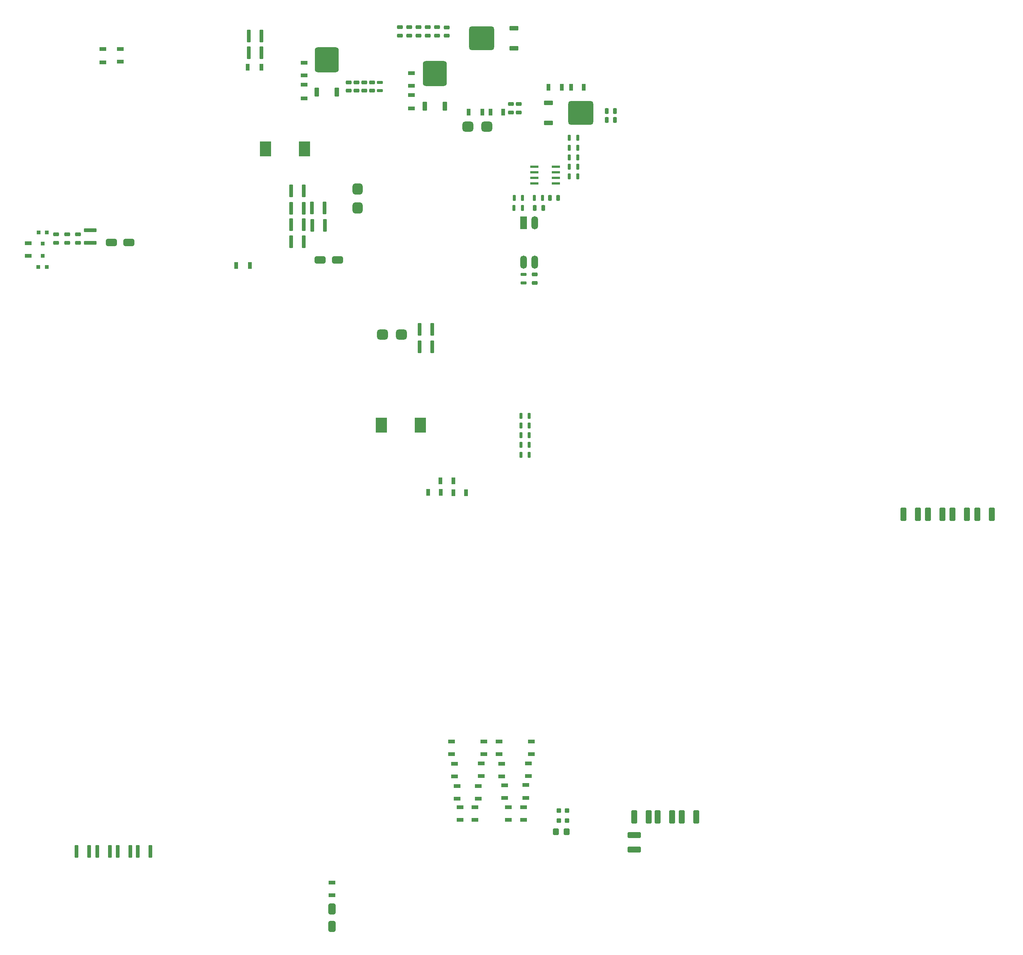
<source format=gbp>
G04*
G04 #@! TF.GenerationSoftware,Altium Limited,Altium Designer,25.3.3 (18)*
G04*
G04 Layer_Color=128*
%FSLAX44Y44*%
%MOMM*%
G71*
G04*
G04 #@! TF.SameCoordinates,95261EA5-16E4-4C31-8C51-D7BA18121D47*
G04*
G04*
G04 #@! TF.FilePolarity,Positive*
G04*
G01*
G75*
G04:AMPARAMS|DCode=31|XSize=0.9mm|YSize=1.6mm|CornerRadius=0.135mm|HoleSize=0mm|Usage=FLASHONLY|Rotation=0.000|XOffset=0mm|YOffset=0mm|HoleType=Round|Shape=RoundedRectangle|*
%AMROUNDEDRECTD31*
21,1,0.9000,1.3300,0,0,0.0*
21,1,0.6300,1.6000,0,0,0.0*
1,1,0.2700,0.3150,-0.6650*
1,1,0.2700,-0.3150,-0.6650*
1,1,0.2700,-0.3150,0.6650*
1,1,0.2700,0.3150,0.6650*
%
%ADD31ROUNDEDRECTD31*%
%ADD32R,0.9000X0.9500*%
G04:AMPARAMS|DCode=34|XSize=0.9mm|YSize=1.3mm|CornerRadius=0.225mm|HoleSize=0mm|Usage=FLASHONLY|Rotation=90.000|XOffset=0mm|YOffset=0mm|HoleType=Round|Shape=RoundedRectangle|*
%AMROUNDEDRECTD34*
21,1,0.9000,0.8500,0,0,90.0*
21,1,0.4500,1.3000,0,0,90.0*
1,1,0.4500,0.4250,0.2250*
1,1,0.4500,0.4250,-0.2250*
1,1,0.4500,-0.4250,-0.2250*
1,1,0.4500,-0.4250,0.2250*
%
%ADD34ROUNDEDRECTD34*%
G04:AMPARAMS|DCode=35|XSize=0.9mm|YSize=1.6mm|CornerRadius=0.135mm|HoleSize=0mm|Usage=FLASHONLY|Rotation=270.000|XOffset=0mm|YOffset=0mm|HoleType=Round|Shape=RoundedRectangle|*
%AMROUNDEDRECTD35*
21,1,0.9000,1.3300,0,0,270.0*
21,1,0.6300,1.6000,0,0,270.0*
1,1,0.2700,-0.6650,-0.3150*
1,1,0.2700,-0.6650,0.3150*
1,1,0.2700,0.6650,0.3150*
1,1,0.2700,0.6650,-0.3150*
%
%ADD35ROUNDEDRECTD35*%
G04:AMPARAMS|DCode=36|XSize=0.9mm|YSize=1.3mm|CornerRadius=0.225mm|HoleSize=0mm|Usage=FLASHONLY|Rotation=180.000|XOffset=0mm|YOffset=0mm|HoleType=Round|Shape=RoundedRectangle|*
%AMROUNDEDRECTD36*
21,1,0.9000,0.8500,0,0,180.0*
21,1,0.4500,1.3000,0,0,180.0*
1,1,0.4500,-0.2250,0.4250*
1,1,0.4500,0.2250,0.4250*
1,1,0.4500,0.2250,-0.4250*
1,1,0.4500,-0.2250,-0.4250*
%
%ADD36ROUNDEDRECTD36*%
G04:AMPARAMS|DCode=37|XSize=0.7mm|YSize=1.3mm|CornerRadius=0.105mm|HoleSize=0mm|Usage=FLASHONLY|Rotation=180.000|XOffset=0mm|YOffset=0mm|HoleType=Round|Shape=RoundedRectangle|*
%AMROUNDEDRECTD37*
21,1,0.7000,1.0900,0,0,180.0*
21,1,0.4900,1.3000,0,0,180.0*
1,1,0.2100,-0.2450,0.5450*
1,1,0.2100,0.2450,0.5450*
1,1,0.2100,0.2450,-0.5450*
1,1,0.2100,-0.2450,-0.5450*
%
%ADD37ROUNDEDRECTD37*%
G04:AMPARAMS|DCode=38|XSize=1.4mm|YSize=1.55mm|CornerRadius=0.35mm|HoleSize=0mm|Usage=FLASHONLY|Rotation=0.000|XOffset=0mm|YOffset=0mm|HoleType=Round|Shape=RoundedRectangle|*
%AMROUNDEDRECTD38*
21,1,1.4000,0.8500,0,0,0.0*
21,1,0.7000,1.5500,0,0,0.0*
1,1,0.7000,0.3500,-0.4250*
1,1,0.7000,-0.3500,-0.4250*
1,1,0.7000,-0.3500,0.4250*
1,1,0.7000,0.3500,0.4250*
%
%ADD38ROUNDEDRECTD38*%
G04:AMPARAMS|DCode=39|XSize=2.5mm|YSize=2.3mm|CornerRadius=0.575mm|HoleSize=0mm|Usage=FLASHONLY|Rotation=270.000|XOffset=0mm|YOffset=0mm|HoleType=Round|Shape=RoundedRectangle|*
%AMROUNDEDRECTD39*
21,1,2.5000,1.1500,0,0,270.0*
21,1,1.3500,2.3000,0,0,270.0*
1,1,1.1500,-0.5750,-0.6750*
1,1,1.1500,-0.5750,0.6750*
1,1,1.1500,0.5750,0.6750*
1,1,1.1500,0.5750,-0.6750*
%
%ADD39ROUNDEDRECTD39*%
G04:AMPARAMS|DCode=40|XSize=0.7mm|YSize=1.3mm|CornerRadius=0.105mm|HoleSize=0mm|Usage=FLASHONLY|Rotation=270.000|XOffset=0mm|YOffset=0mm|HoleType=Round|Shape=RoundedRectangle|*
%AMROUNDEDRECTD40*
21,1,0.7000,1.0900,0,0,270.0*
21,1,0.4900,1.3000,0,0,270.0*
1,1,0.2100,-0.5450,-0.2450*
1,1,0.2100,-0.5450,0.2450*
1,1,0.2100,0.5450,0.2450*
1,1,0.2100,0.5450,-0.2450*
%
%ADD40ROUNDEDRECTD40*%
G04:AMPARAMS|DCode=43|XSize=0.9mm|YSize=1.6mm|CornerRadius=0.225mm|HoleSize=0mm|Usage=FLASHONLY|Rotation=180.000|XOffset=0mm|YOffset=0mm|HoleType=Round|Shape=RoundedRectangle|*
%AMROUNDEDRECTD43*
21,1,0.9000,1.1500,0,0,180.0*
21,1,0.4500,1.6000,0,0,180.0*
1,1,0.4500,-0.2250,0.5750*
1,1,0.4500,0.2250,0.5750*
1,1,0.4500,0.2250,-0.5750*
1,1,0.4500,-0.2250,-0.5750*
%
%ADD43ROUNDEDRECTD43*%
G04:AMPARAMS|DCode=44|XSize=1.3mm|YSize=3mm|CornerRadius=0.195mm|HoleSize=0mm|Usage=FLASHONLY|Rotation=270.000|XOffset=0mm|YOffset=0mm|HoleType=Round|Shape=RoundedRectangle|*
%AMROUNDEDRECTD44*
21,1,1.3000,2.6100,0,0,270.0*
21,1,0.9100,3.0000,0,0,270.0*
1,1,0.3900,-1.3050,-0.4550*
1,1,0.3900,-1.3050,0.4550*
1,1,0.3900,1.3050,0.4550*
1,1,0.3900,1.3050,-0.4550*
%
%ADD44ROUNDEDRECTD44*%
G04:AMPARAMS|DCode=46|XSize=2.5mm|YSize=1.7mm|CornerRadius=0.425mm|HoleSize=0mm|Usage=FLASHONLY|Rotation=90.000|XOffset=0mm|YOffset=0mm|HoleType=Round|Shape=RoundedRectangle|*
%AMROUNDEDRECTD46*
21,1,2.5000,0.8500,0,0,90.0*
21,1,1.6500,1.7000,0,0,90.0*
1,1,0.8500,0.4250,0.8250*
1,1,0.8500,0.4250,-0.8250*
1,1,0.8500,-0.4250,-0.8250*
1,1,0.8500,-0.4250,0.8250*
%
%ADD46ROUNDEDRECTD46*%
G04:AMPARAMS|DCode=52|XSize=2.5mm|YSize=1.7mm|CornerRadius=0.425mm|HoleSize=0mm|Usage=FLASHONLY|Rotation=0.000|XOffset=0mm|YOffset=0mm|HoleType=Round|Shape=RoundedRectangle|*
%AMROUNDEDRECTD52*
21,1,2.5000,0.8500,0,0,0.0*
21,1,1.6500,1.7000,0,0,0.0*
1,1,0.8500,0.8250,-0.4250*
1,1,0.8500,-0.8250,-0.4250*
1,1,0.8500,-0.8250,0.4250*
1,1,0.8500,0.8250,0.4250*
%
%ADD52ROUNDEDRECTD52*%
%ADD53R,2.5000X3.5000*%
G04:AMPARAMS|DCode=168|XSize=5.5mm|YSize=5.7mm|CornerRadius=0.6875mm|HoleSize=0mm|Usage=FLASHONLY|Rotation=270.000|XOffset=0mm|YOffset=0mm|HoleType=Round|Shape=RoundedRectangle|*
%AMROUNDEDRECTD168*
21,1,5.5000,4.3250,0,0,270.0*
21,1,4.1250,5.7000,0,0,270.0*
1,1,1.3750,-2.1625,-2.0625*
1,1,1.3750,-2.1625,2.0625*
1,1,1.3750,2.1625,2.0625*
1,1,1.3750,2.1625,-2.0625*
%
%ADD168ROUNDEDRECTD168*%
G04:AMPARAMS|DCode=169|XSize=1mm|YSize=2mm|CornerRadius=0.125mm|HoleSize=0mm|Usage=FLASHONLY|Rotation=270.000|XOffset=0mm|YOffset=0mm|HoleType=Round|Shape=RoundedRectangle|*
%AMROUNDEDRECTD169*
21,1,1.0000,1.7500,0,0,270.0*
21,1,0.7500,2.0000,0,0,270.0*
1,1,0.2500,-0.8750,-0.3750*
1,1,0.2500,-0.8750,0.3750*
1,1,0.2500,0.8750,0.3750*
1,1,0.2500,0.8750,-0.3750*
%
%ADD169ROUNDEDRECTD169*%
G04:AMPARAMS|DCode=170|XSize=1.3mm|YSize=3mm|CornerRadius=0.195mm|HoleSize=0mm|Usage=FLASHONLY|Rotation=0.000|XOffset=0mm|YOffset=0mm|HoleType=Round|Shape=RoundedRectangle|*
%AMROUNDEDRECTD170*
21,1,1.3000,2.6100,0,0,0.0*
21,1,0.9100,3.0000,0,0,0.0*
1,1,0.3900,0.4550,-1.3050*
1,1,0.3900,-0.4550,-1.3050*
1,1,0.3900,-0.4550,1.3050*
1,1,0.3900,0.4550,1.3050*
%
%ADD170ROUNDEDRECTD170*%
G04:AMPARAMS|DCode=171|XSize=0.9mm|YSize=1.6mm|CornerRadius=0.225mm|HoleSize=0mm|Usage=FLASHONLY|Rotation=270.000|XOffset=0mm|YOffset=0mm|HoleType=Round|Shape=RoundedRectangle|*
%AMROUNDEDRECTD171*
21,1,0.9000,1.1500,0,0,270.0*
21,1,0.4500,1.6000,0,0,270.0*
1,1,0.4500,-0.5750,-0.2250*
1,1,0.4500,-0.5750,0.2250*
1,1,0.4500,0.5750,0.2250*
1,1,0.4500,0.5750,-0.2250*
%
%ADD171ROUNDEDRECTD171*%
G04:AMPARAMS|DCode=172|XSize=0.9mm|YSize=2.8mm|CornerRadius=0.135mm|HoleSize=0mm|Usage=FLASHONLY|Rotation=180.000|XOffset=0mm|YOffset=0mm|HoleType=Round|Shape=RoundedRectangle|*
%AMROUNDEDRECTD172*
21,1,0.9000,2.5300,0,0,180.0*
21,1,0.6300,2.8000,0,0,180.0*
1,1,0.2700,-0.3150,1.2650*
1,1,0.2700,0.3150,1.2650*
1,1,0.2700,0.3150,-1.2650*
1,1,0.2700,-0.3150,-1.2650*
%
%ADD172ROUNDEDRECTD172*%
G04:AMPARAMS|DCode=173|XSize=0.9mm|YSize=2.8mm|CornerRadius=0.135mm|HoleSize=0mm|Usage=FLASHONLY|Rotation=90.000|XOffset=0mm|YOffset=0mm|HoleType=Round|Shape=RoundedRectangle|*
%AMROUNDEDRECTD173*
21,1,0.9000,2.5300,0,0,90.0*
21,1,0.6300,2.8000,0,0,90.0*
1,1,0.2700,1.2650,0.3150*
1,1,0.2700,1.2650,-0.3150*
1,1,0.2700,-1.2650,-0.3150*
1,1,0.2700,-1.2650,0.3150*
%
%ADD173ROUNDEDRECTD173*%
%ADD174R,1.5000X3.0000*%
%ADD175O,1.5000X3.0000*%
%ADD176R,1.9812X0.5588*%
G04:AMPARAMS|DCode=177|XSize=5.5mm|YSize=5.7mm|CornerRadius=0.6875mm|HoleSize=0mm|Usage=FLASHONLY|Rotation=180.000|XOffset=0mm|YOffset=0mm|HoleType=Round|Shape=RoundedRectangle|*
%AMROUNDEDRECTD177*
21,1,5.5000,4.3250,0,0,180.0*
21,1,4.1250,5.7000,0,0,180.0*
1,1,1.3750,-2.0625,2.1625*
1,1,1.3750,2.0625,2.1625*
1,1,1.3750,2.0625,-2.1625*
1,1,1.3750,-2.0625,-2.1625*
%
%ADD177ROUNDEDRECTD177*%
G04:AMPARAMS|DCode=178|XSize=1mm|YSize=2mm|CornerRadius=0.125mm|HoleSize=0mm|Usage=FLASHONLY|Rotation=180.000|XOffset=0mm|YOffset=0mm|HoleType=Round|Shape=RoundedRectangle|*
%AMROUNDEDRECTD178*
21,1,1.0000,1.7500,0,0,180.0*
21,1,0.7500,2.0000,0,0,180.0*
1,1,0.2500,-0.3750,0.8750*
1,1,0.2500,0.3750,0.8750*
1,1,0.2500,0.3750,-0.8750*
1,1,0.2500,-0.3750,-0.8750*
%
%ADD178ROUNDEDRECTD178*%
G04:AMPARAMS|DCode=179|XSize=2.5mm|YSize=2.3mm|CornerRadius=0.575mm|HoleSize=0mm|Usage=FLASHONLY|Rotation=180.000|XOffset=0mm|YOffset=0mm|HoleType=Round|Shape=RoundedRectangle|*
%AMROUNDEDRECTD179*
21,1,2.5000,1.1500,0,0,180.0*
21,1,1.3500,2.3000,0,0,180.0*
1,1,1.1500,-0.6750,0.5750*
1,1,1.1500,0.6750,0.5750*
1,1,1.1500,0.6750,-0.5750*
1,1,1.1500,-0.6750,-0.5750*
%
%ADD179ROUNDEDRECTD179*%
G04:AMPARAMS|DCode=180|XSize=1.1mm|YSize=1mm|CornerRadius=0.15mm|HoleSize=0mm|Usage=FLASHONLY|Rotation=270.000|XOffset=0mm|YOffset=0mm|HoleType=Round|Shape=RoundedRectangle|*
%AMROUNDEDRECTD180*
21,1,1.1000,0.7000,0,0,270.0*
21,1,0.8000,1.0000,0,0,270.0*
1,1,0.3000,-0.3500,-0.4000*
1,1,0.3000,-0.3500,0.4000*
1,1,0.3000,0.3500,0.4000*
1,1,0.3000,0.3500,-0.4000*
%
%ADD180ROUNDEDRECTD180*%
D31*
X1382290Y2046841D02*
D03*
X1353290D02*
D03*
X1240130Y1180390D02*
D03*
X1211130D02*
D03*
X1268800Y1206000D02*
D03*
X1239800D02*
D03*
X1297800Y1179100D02*
D03*
X1268800D02*
D03*
X1537440Y2103991D02*
D03*
X1566440D02*
D03*
D32*
X322762Y1694101D02*
D03*
X332262Y1719101D02*
D03*
X341762Y1694101D02*
D03*
X342240Y1772321D02*
D03*
X332740Y1747321D02*
D03*
X323240Y1772321D02*
D03*
D34*
X1399929Y2046231D02*
D03*
Y2065231D02*
D03*
X1417709Y2046231D02*
D03*
Y2065231D02*
D03*
X363219Y1749051D02*
D03*
Y1768051D02*
D03*
X388619Y1749051D02*
D03*
Y1768051D02*
D03*
X412749Y1749131D02*
D03*
Y1768131D02*
D03*
X1454150Y1676611D02*
D03*
Y1657611D02*
D03*
X1168145Y2240491D02*
D03*
Y2221491D02*
D03*
X1189481Y2240491D02*
D03*
Y2221491D02*
D03*
X1210818Y2240491D02*
D03*
Y2221491D02*
D03*
X1146809Y2240491D02*
D03*
Y2221491D02*
D03*
X1232154Y2240491D02*
D03*
Y2221491D02*
D03*
X1065529Y2114761D02*
D03*
Y2095761D02*
D03*
X1029969Y2114761D02*
D03*
Y2095761D02*
D03*
X1047749Y2114761D02*
D03*
Y2095761D02*
D03*
X1083309Y2114761D02*
D03*
Y2095761D02*
D03*
X1253490Y2240431D02*
D03*
Y2221431D02*
D03*
D35*
X1338581Y583271D02*
D03*
Y612271D02*
D03*
X1173480Y2135901D02*
D03*
Y2106901D02*
D03*
X299400Y1748101D02*
D03*
Y1719101D02*
D03*
X1446531Y612271D02*
D03*
Y583271D02*
D03*
X1440180Y562001D02*
D03*
Y533001D02*
D03*
X1433830Y512471D02*
D03*
Y483471D02*
D03*
X1428751Y462411D02*
D03*
Y433411D02*
D03*
X1372871Y612271D02*
D03*
Y583271D02*
D03*
X1379221Y561471D02*
D03*
Y532471D02*
D03*
X1385571Y511941D02*
D03*
Y482941D02*
D03*
X1394461Y462411D02*
D03*
Y433411D02*
D03*
X1264921Y612271D02*
D03*
Y583271D02*
D03*
X1271271Y561471D02*
D03*
Y532471D02*
D03*
X1277621Y510671D02*
D03*
Y481671D02*
D03*
X1283971Y462411D02*
D03*
Y433411D02*
D03*
X1332230Y562001D02*
D03*
Y533001D02*
D03*
X1325881Y510671D02*
D03*
Y481671D02*
D03*
X1318261Y462411D02*
D03*
Y433411D02*
D03*
X928370Y2159871D02*
D03*
Y2130871D02*
D03*
X509270Y2162119D02*
D03*
Y2191119D02*
D03*
X991870Y290431D02*
D03*
Y261431D02*
D03*
D36*
X1637330Y2029059D02*
D03*
X1618330D02*
D03*
X1637330Y2049379D02*
D03*
X1618330D02*
D03*
X1473540Y1828401D02*
D03*
X1454540D02*
D03*
X1489100Y1851261D02*
D03*
X1508100D02*
D03*
D37*
X1472540D02*
D03*
X1453540D02*
D03*
X1552300Y1943831D02*
D03*
X1533300D02*
D03*
Y1965421D02*
D03*
X1552300D02*
D03*
X1533300Y1900651D02*
D03*
X1552300D02*
D03*
X1533300Y1922241D02*
D03*
X1552300D02*
D03*
X1407820Y1851261D02*
D03*
X1426820D02*
D03*
X1407210Y1828401D02*
D03*
X1426210D02*
D03*
X1442060Y1310241D02*
D03*
X1423060D02*
D03*
X1442060Y1265791D02*
D03*
X1423060D02*
D03*
X1442060Y1332466D02*
D03*
X1423060D02*
D03*
X1442060Y1288016D02*
D03*
X1423060D02*
D03*
X1442060Y1354691D02*
D03*
X1423060D02*
D03*
X1533300Y1988281D02*
D03*
X1552300D02*
D03*
D38*
X1503110Y406002D02*
D03*
X1527110D02*
D03*
D39*
X1050290Y1828401D02*
D03*
X1050290Y1871401D02*
D03*
D40*
X1428750Y1657611D02*
D03*
Y1676611D02*
D03*
X1101090Y2114761D02*
D03*
Y2095761D02*
D03*
D43*
X1304030Y2046841D02*
D03*
X1335030D02*
D03*
X831200Y2149701D02*
D03*
X800200D02*
D03*
X804710Y1697591D02*
D03*
X773710D02*
D03*
X1516640Y2103991D02*
D03*
X1485640D02*
D03*
D44*
X1681481Y365371D02*
D03*
Y398371D02*
D03*
D46*
X991870Y190101D02*
D03*
X991870Y230101D02*
D03*
D52*
X489270Y1749661D02*
D03*
X529270Y1749660D02*
D03*
X1004900Y1710201D02*
D03*
X964900Y1710201D02*
D03*
D53*
X929201Y1963401D02*
D03*
X840200D02*
D03*
X1193851Y1333101D02*
D03*
X1104850D02*
D03*
D168*
X1333330Y2215751D02*
D03*
X1559730Y2045571D02*
D03*
D169*
X1407330Y2192901D02*
D03*
X1407330Y2238601D02*
D03*
X1485730Y2068421D02*
D03*
X1485730Y2022721D02*
D03*
D170*
X1681490Y440290D02*
D03*
X1714490D02*
D03*
X1767830D02*
D03*
X1734830D02*
D03*
X2406660Y1129901D02*
D03*
X2439660D02*
D03*
X2463810D02*
D03*
X2496810D02*
D03*
X2350780D02*
D03*
X2383780D02*
D03*
X1822380Y440290D02*
D03*
X1789380D02*
D03*
X2327900Y1129901D02*
D03*
X2294900D02*
D03*
D171*
X1173480Y2055101D02*
D03*
Y2086101D02*
D03*
X928370Y2078331D02*
D03*
Y2109331D02*
D03*
X469900Y2191119D02*
D03*
Y2160119D02*
D03*
D172*
X831100Y2182701D02*
D03*
X802100D02*
D03*
X1192000Y1512171D02*
D03*
X1221000D02*
D03*
X1192000Y1551541D02*
D03*
X1221000D02*
D03*
X802200Y2220951D02*
D03*
X831200D02*
D03*
X549380Y361551D02*
D03*
X578380D02*
D03*
X532660Y361550D02*
D03*
X503660D02*
D03*
X456670Y361551D02*
D03*
X485670D02*
D03*
X438680Y361550D02*
D03*
X409680D02*
D03*
X947090Y1788921D02*
D03*
X976090D02*
D03*
X898700Y1751901D02*
D03*
X927700D02*
D03*
Y1790601D02*
D03*
X898700D02*
D03*
Y1828101D02*
D03*
X927700D02*
D03*
X975560Y1828290D02*
D03*
X946560D02*
D03*
X927700Y1867700D02*
D03*
X898700D02*
D03*
D173*
X440691Y1749131D02*
D03*
Y1778131D02*
D03*
D174*
X1428750Y1794261D02*
D03*
D175*
X1454150Y1705060D02*
D03*
X1428750D02*
D03*
X1454150Y1794261D02*
D03*
D176*
X1453392Y1884141D02*
D03*
Y1896841D02*
D03*
Y1909541D02*
D03*
Y1922241D02*
D03*
X1502668D02*
D03*
Y1909541D02*
D03*
Y1896841D02*
D03*
Y1884141D02*
D03*
D177*
X1226820Y2134641D02*
D03*
X980440Y2166391D02*
D03*
D178*
X1203970Y2060641D02*
D03*
X1249670Y2060641D02*
D03*
X957590Y2092391D02*
D03*
X1003290Y2092391D02*
D03*
D179*
X1107530Y1540111D02*
D03*
X1150530Y1540110D02*
D03*
X1301840Y2013821D02*
D03*
X1344840Y2013820D02*
D03*
D180*
X1509420Y454260D02*
D03*
X1528420D02*
D03*
X1509420Y431450D02*
D03*
X1528420D02*
D03*
M02*

</source>
